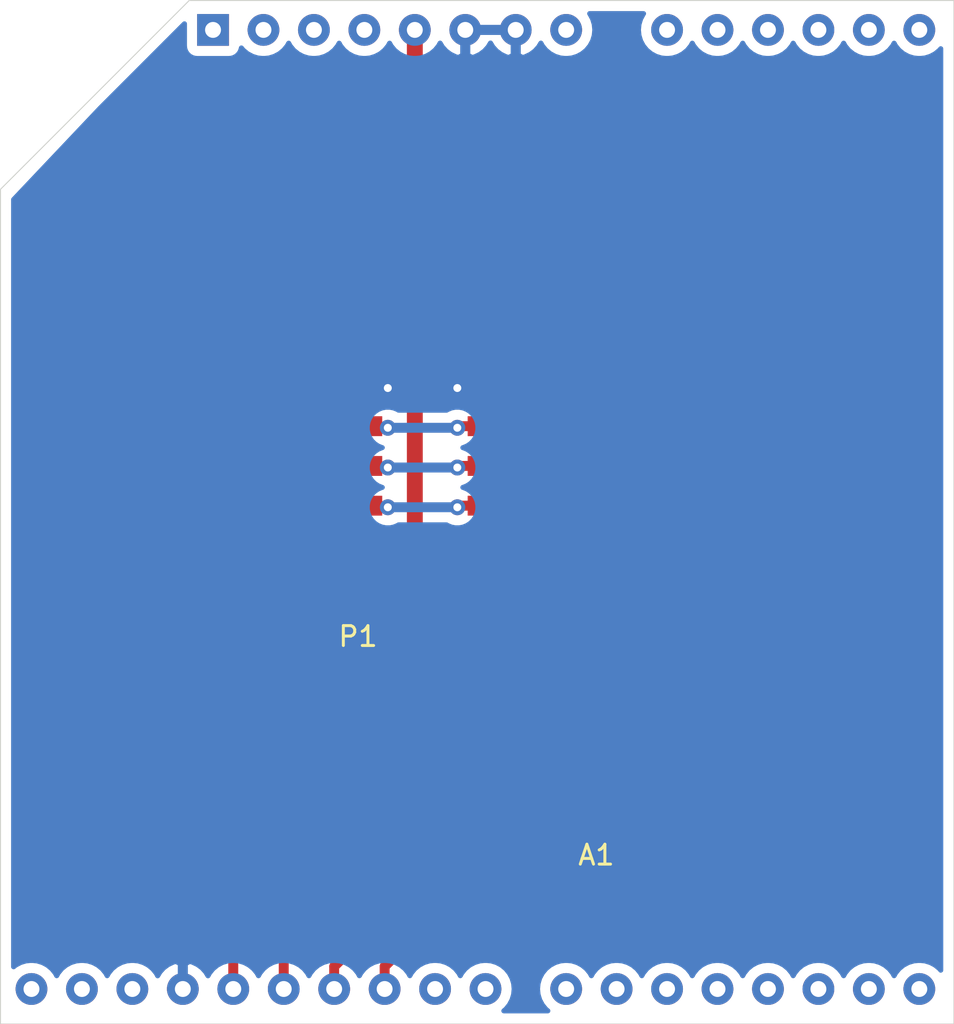
<source format=kicad_pcb>
(kicad_pcb (version 20171130) (host pcbnew "(5.1.2)-2")

  (general
    (thickness 1.6)
    (drawings 5)
    (tracks 51)
    (zones 0)
    (modules 2)
    (nets 31)
  )

  (page A4)
  (layers
    (0 F.Cu signal)
    (31 B.Cu signal)
    (32 B.Adhes user)
    (33 F.Adhes user)
    (34 B.Paste user)
    (35 F.Paste user)
    (36 B.SilkS user)
    (37 F.SilkS user)
    (38 B.Mask user)
    (39 F.Mask user)
    (40 Dwgs.User user)
    (41 Cmts.User user)
    (42 Eco1.User user)
    (43 Eco2.User user)
    (44 Edge.Cuts user)
    (45 Margin user)
    (46 B.CrtYd user)
    (47 F.CrtYd user)
    (48 B.Fab user)
    (49 F.Fab user)
  )

  (setup
    (last_trace_width 0.8)
    (user_trace_width 0.5)
    (user_trace_width 0.8)
    (trace_clearance 0.2)
    (zone_clearance 0.508)
    (zone_45_only no)
    (trace_min 0.2)
    (via_size 0.8)
    (via_drill 0.4)
    (via_min_size 0.4)
    (via_min_drill 0.3)
    (uvia_size 0.3)
    (uvia_drill 0.1)
    (uvias_allowed no)
    (uvia_min_size 0.2)
    (uvia_min_drill 0.1)
    (edge_width 0.05)
    (segment_width 0.2)
    (pcb_text_width 0.3)
    (pcb_text_size 1.5 1.5)
    (mod_edge_width 0.12)
    (mod_text_size 1 1)
    (mod_text_width 0.15)
    (pad_size 1.524 1.524)
    (pad_drill 0.762)
    (pad_to_mask_clearance 0.051)
    (solder_mask_min_width 0.25)
    (aux_axis_origin 0 0)
    (visible_elements FFFFFF7F)
    (pcbplotparams
      (layerselection 0x010fc_ffffffff)
      (usegerberextensions false)
      (usegerberattributes false)
      (usegerberadvancedattributes false)
      (creategerberjobfile false)
      (excludeedgelayer true)
      (linewidth 0.100000)
      (plotframeref false)
      (viasonmask false)
      (mode 1)
      (useauxorigin false)
      (hpglpennumber 1)
      (hpglpenspeed 20)
      (hpglpendiameter 15.000000)
      (psnegative false)
      (psa4output false)
      (plotreference true)
      (plotvalue true)
      (plotinvisibletext false)
      (padsonsilk false)
      (subtractmaskfromsilk false)
      (outputformat 1)
      (mirror false)
      (drillshape 1)
      (scaleselection 1)
      (outputdirectory ""))
  )

  (net 0 "")
  (net 1 "Net-(A1-Pad16)")
  (net 2 "Net-(A1-Pad15)")
  (net 3 "Net-(A1-Pad30)")
  (net 4 "Net-(A1-Pad14)")
  (net 5 /GND)
  (net 6 "Net-(A1-Pad13)")
  (net 7 /SCK)
  (net 8 "Net-(A1-Pad12)")
  (net 9 /MISO)
  (net 10 "Net-(A1-Pad11)")
  (net 11 /MOSI)
  (net 12 "Net-(A1-Pad10)")
  (net 13 /RST)
  (net 14 "Net-(A1-Pad9)")
  (net 15 "Net-(A1-Pad24)")
  (net 16 "Net-(A1-Pad8)")
  (net 17 "Net-(A1-Pad23)")
  (net 18 "Net-(A1-Pad22)")
  (net 19 "Net-(A1-Pad21)")
  (net 20 /Vcc)
  (net 21 "Net-(A1-Pad20)")
  (net 22 "Net-(A1-Pad4)")
  (net 23 "Net-(A1-Pad19)")
  (net 24 "Net-(A1-Pad3)")
  (net 25 "Net-(A1-Pad18)")
  (net 26 "Net-(A1-Pad2)")
  (net 27 "Net-(A1-Pad17)")
  (net 28 "Net-(A1-Pad1)")
  (net 29 "Net-(A1-Pad31)")
  (net 30 "Net-(A1-Pad32)")

  (net_class Default "This is the default net class."
    (clearance 0.2)
    (trace_width 0.25)
    (via_dia 0.8)
    (via_drill 0.4)
    (uvia_dia 0.3)
    (uvia_drill 0.1)
    (add_net /GND)
    (add_net /MISO)
    (add_net /MOSI)
    (add_net /RST)
    (add_net /SCK)
    (add_net /Vcc)
    (add_net "Net-(A1-Pad1)")
    (add_net "Net-(A1-Pad10)")
    (add_net "Net-(A1-Pad11)")
    (add_net "Net-(A1-Pad12)")
    (add_net "Net-(A1-Pad13)")
    (add_net "Net-(A1-Pad14)")
    (add_net "Net-(A1-Pad15)")
    (add_net "Net-(A1-Pad16)")
    (add_net "Net-(A1-Pad17)")
    (add_net "Net-(A1-Pad18)")
    (add_net "Net-(A1-Pad19)")
    (add_net "Net-(A1-Pad2)")
    (add_net "Net-(A1-Pad20)")
    (add_net "Net-(A1-Pad21)")
    (add_net "Net-(A1-Pad22)")
    (add_net "Net-(A1-Pad23)")
    (add_net "Net-(A1-Pad24)")
    (add_net "Net-(A1-Pad3)")
    (add_net "Net-(A1-Pad30)")
    (add_net "Net-(A1-Pad31)")
    (add_net "Net-(A1-Pad32)")
    (add_net "Net-(A1-Pad4)")
    (add_net "Net-(A1-Pad8)")
    (add_net "Net-(A1-Pad9)")
  )

  (module hodgkin:Arduino_UNO_R3 (layer F.Cu) (tedit 5D4F24B2) (tstamp 5D4F8FAB)
    (at 139.7 93.98)
    (descr "Arduino UNO R3, http://www.mouser.com/pdfdocs/Gravitech_Arduino_Nano3_0.pdf")
    (tags "Arduino UNO R3")
    (path /5D505032)
    (fp_text reference A1 (at 19.3 41.52 180) (layer F.SilkS)
      (effects (font (size 1 1) (thickness 0.15)))
    )
    (fp_text value "Hodgkin ICSP" (at 24.3 44.02) (layer F.Fab)
      (effects (font (size 1 1) (thickness 0.15)))
    )
    (pad 16 thru_hole oval (at 33.02 48.26 90) (size 1.6 1.6) (drill 0.8) (layers *.Cu *.Mask)
      (net 1 "Net-(A1-Pad16)"))
    (pad 15 thru_hole oval (at 35.56 48.26 90) (size 1.6 1.6) (drill 0.8) (layers *.Cu *.Mask)
      (net 2 "Net-(A1-Pad15)"))
    (pad 30 thru_hole oval (at -4.06 48.26 90) (size 1.6 1.6) (drill 0.8) (layers *.Cu *.Mask)
      (net 3 "Net-(A1-Pad30)"))
    (pad 14 thru_hole oval (at 35.56 0 90) (size 1.6 1.6) (drill 0.8) (layers *.Cu *.Mask)
      (net 4 "Net-(A1-Pad14)"))
    (pad 29 thru_hole oval (at -1.52 48.26 90) (size 1.6 1.6) (drill 0.8) (layers *.Cu *.Mask)
      (net 5 /GND))
    (pad 13 thru_hole oval (at 33.02 0 90) (size 1.6 1.6) (drill 0.8) (layers *.Cu *.Mask)
      (net 6 "Net-(A1-Pad13)"))
    (pad 28 thru_hole oval (at 1.02 48.26 90) (size 1.6 1.6) (drill 0.8) (layers *.Cu *.Mask)
      (net 7 /SCK))
    (pad 12 thru_hole oval (at 30.48 0 90) (size 1.6 1.6) (drill 0.8) (layers *.Cu *.Mask)
      (net 8 "Net-(A1-Pad12)"))
    (pad 27 thru_hole oval (at 3.56 48.26 90) (size 1.6 1.6) (drill 0.8) (layers *.Cu *.Mask)
      (net 9 /MISO))
    (pad 11 thru_hole oval (at 27.94 0 90) (size 1.6 1.6) (drill 0.8) (layers *.Cu *.Mask)
      (net 10 "Net-(A1-Pad11)"))
    (pad 26 thru_hole oval (at 6.1 48.26 90) (size 1.6 1.6) (drill 0.8) (layers *.Cu *.Mask)
      (net 11 /MOSI))
    (pad 10 thru_hole oval (at 25.4 0 90) (size 1.6 1.6) (drill 0.8) (layers *.Cu *.Mask)
      (net 12 "Net-(A1-Pad10)"))
    (pad 25 thru_hole oval (at 8.64 48.26 90) (size 1.6 1.6) (drill 0.8) (layers *.Cu *.Mask)
      (net 13 /RST))
    (pad 9 thru_hole oval (at 22.86 0 90) (size 1.6 1.6) (drill 0.8) (layers *.Cu *.Mask)
      (net 14 "Net-(A1-Pad9)"))
    (pad 24 thru_hole oval (at 11.18 48.26 90) (size 1.6 1.6) (drill 0.8) (layers *.Cu *.Mask)
      (net 15 "Net-(A1-Pad24)"))
    (pad 8 thru_hole oval (at 17.78 0 90) (size 1.6 1.6) (drill 0.8) (layers *.Cu *.Mask)
      (net 16 "Net-(A1-Pad8)"))
    (pad 23 thru_hole oval (at 13.72 48.26 90) (size 1.6 1.6) (drill 0.8) (layers *.Cu *.Mask)
      (net 17 "Net-(A1-Pad23)"))
    (pad 7 thru_hole oval (at 15.24 0 90) (size 1.6 1.6) (drill 0.8) (layers *.Cu *.Mask)
      (net 5 /GND))
    (pad 22 thru_hole oval (at 17.78 48.26 90) (size 1.6 1.6) (drill 0.8) (layers *.Cu *.Mask)
      (net 18 "Net-(A1-Pad22)"))
    (pad 6 thru_hole oval (at 12.7 0 90) (size 1.6 1.6) (drill 0.8) (layers *.Cu *.Mask)
      (net 5 /GND))
    (pad 21 thru_hole oval (at 20.32 48.26 90) (size 1.6 1.6) (drill 0.8) (layers *.Cu *.Mask)
      (net 19 "Net-(A1-Pad21)"))
    (pad 5 thru_hole oval (at 10.16 0 90) (size 1.6 1.6) (drill 0.8) (layers *.Cu *.Mask)
      (net 20 /Vcc))
    (pad 20 thru_hole oval (at 22.86 48.26 90) (size 1.6 1.6) (drill 0.8) (layers *.Cu *.Mask)
      (net 21 "Net-(A1-Pad20)"))
    (pad 4 thru_hole oval (at 7.62 0 90) (size 1.6 1.6) (drill 0.8) (layers *.Cu *.Mask)
      (net 22 "Net-(A1-Pad4)"))
    (pad 19 thru_hole oval (at 25.4 48.26 90) (size 1.6 1.6) (drill 0.8) (layers *.Cu *.Mask)
      (net 23 "Net-(A1-Pad19)"))
    (pad 3 thru_hole oval (at 5.08 0 90) (size 1.6 1.6) (drill 0.8) (layers *.Cu *.Mask)
      (net 24 "Net-(A1-Pad3)"))
    (pad 18 thru_hole oval (at 27.94 48.26 90) (size 1.6 1.6) (drill 0.8) (layers *.Cu *.Mask)
      (net 25 "Net-(A1-Pad18)"))
    (pad 2 thru_hole oval (at 2.54 0 90) (size 1.6 1.6) (drill 0.8) (layers *.Cu *.Mask)
      (net 26 "Net-(A1-Pad2)"))
    (pad 17 thru_hole oval (at 30.48 48.26 90) (size 1.6 1.6) (drill 0.8) (layers *.Cu *.Mask)
      (net 27 "Net-(A1-Pad17)"))
    (pad 1 thru_hole rect (at 0 0 90) (size 1.6 1.6) (drill 0.8) (layers *.Cu *.Mask)
      (net 28 "Net-(A1-Pad1)"))
    (pad 31 thru_hole oval (at -6.6 48.26 90) (size 1.6 1.6) (drill 0.8) (layers *.Cu *.Mask)
      (net 29 "Net-(A1-Pad31)"))
    (pad 32 thru_hole oval (at -9.14 48.26 90) (size 1.6 1.6) (drill 0.8) (layers *.Cu *.Mask)
      (net 30 "Net-(A1-Pad32)"))
    (model ${KISYS3DMOD}/Module.3dshapes/Arduino_UNO_R3.wrl
      (at (xyz 0 0 0))
      (scale (xyz 1 1 1))
      (rotate (xyz 0 0 0))
    )
  )

  (module hodgkin:card_edge_6p (layer F.Cu) (tedit 5D4F2168) (tstamp 5D4F8FBB)
    (at 147.32 121.92 90)
    (path /5D5032FE)
    (fp_text reference P1 (at -2.58 -0.32 180) (layer F.SilkS)
      (effects (font (size 1 1) (thickness 0.15)))
    )
    (fp_text value "Card Edge" (at 14.42 2.68 180) (layer F.Fab)
      (effects (font (size 1 1) (thickness 0.15)))
    )
    (pad 6 smd rect (at 10 6.1 90) (size 1 1.8) (layers F.Cu F.Paste F.Mask)
      (net 5 /GND))
    (pad 5 smd rect (at 8 6.1 90) (size 1 1.8) (layers F.Cu F.Paste F.Mask)
      (net 13 /RST))
    (pad 4 smd rect (at 6 6.1 90) (size 1 1.8) (layers F.Cu F.Paste F.Mask)
      (net 11 /MOSI))
    (pad 3 smd rect (at 4 6.1 90) (size 1 1.8) (layers F.Cu F.Paste F.Mask)
      (net 7 /SCK))
    (pad 2 smd rect (at 2 6.1 90) (size 1 1.8) (layers F.Cu F.Paste F.Mask)
      (net 20 /Vcc))
    (pad 1 smd rect (at 0 6.1 90) (size 1 1.8) (layers F.Cu F.Paste F.Mask)
      (net 9 /MISO))
    (pad 6 smd rect (at 10 0 90) (size 1 1.8) (layers F.Cu F.Paste F.Mask)
      (net 5 /GND))
    (pad 5 smd rect (at 8 0 90) (size 1 1.8) (layers F.Cu F.Paste F.Mask)
      (net 13 /RST))
    (pad 4 smd rect (at 6 0 90) (size 1 1.8) (layers F.Cu F.Paste F.Mask)
      (net 11 /MOSI))
    (pad 3 smd rect (at 4 0 90) (size 1 1.8) (layers F.Cu F.Paste F.Mask)
      (net 7 /SCK))
    (pad 2 smd rect (at 2 0 90) (size 1 1.8) (layers F.Cu F.Paste F.Mask)
      (net 20 /Vcc))
    (pad 1 smd rect (at 0 0 90) (size 1 1.8) (layers F.Cu F.Paste F.Mask)
      (net 9 /MISO))
  )

  (gr_line (start 129 102) (end 129 144) (layer Edge.Cuts) (width 0.05) (tstamp 5D4F97EC))
  (gr_line (start 138.5 92.5) (end 129 102) (layer Edge.Cuts) (width 0.05))
  (gr_line (start 177 92.5) (end 138.5 92.5) (layer Edge.Cuts) (width 0.05))
  (gr_line (start 177 144) (end 177 92.5) (layer Edge.Cuts) (width 0.05))
  (gr_line (start 129 144) (end 177 144) (layer Edge.Cuts) (width 0.05))

  (segment (start 146.92 111.92) (end 147.32 111.92) (width 0.5) (layer F.Cu) (net 5))
  (via (at 152 112) (size 0.8) (drill 0.4) (layers F.Cu B.Cu) (net 5))
  (segment (start 153.42 111.92) (end 152.08 111.92) (width 0.5) (layer F.Cu) (net 5))
  (segment (start 152.08 111.92) (end 152 112) (width 0.5) (layer F.Cu) (net 5))
  (via (at 148.5 112) (size 0.8) (drill 0.4) (layers F.Cu B.Cu) (net 5))
  (segment (start 152 112) (end 148.5 112) (width 0.5) (layer B.Cu) (net 5))
  (segment (start 147.4 112) (end 147.32 111.92) (width 0.5) (layer F.Cu) (net 5))
  (segment (start 148.5 112) (end 147.4 112) (width 0.5) (layer F.Cu) (net 5))
  (segment (start 140.72 142.24) (end 140.72 120.9) (width 0.5) (layer F.Cu) (net 7))
  (segment (start 143.7 117.92) (end 147.32 117.92) (width 0.5) (layer F.Cu) (net 7))
  (segment (start 140.72 120.9) (end 143.7 117.92) (width 0.5) (layer F.Cu) (net 7))
  (via (at 152 118) (size 0.8) (drill 0.4) (layers F.Cu B.Cu) (net 7))
  (segment (start 153.42 117.92) (end 152.08 117.92) (width 0.5) (layer F.Cu) (net 7))
  (segment (start 152.08 117.92) (end 152 118) (width 0.5) (layer F.Cu) (net 7))
  (segment (start 152 118) (end 148.5 118) (width 0.5) (layer B.Cu) (net 7))
  (via (at 148.5 118) (size 0.8) (drill 0.4) (layers F.Cu B.Cu) (net 7))
  (segment (start 147.4 118) (end 147.32 117.92) (width 0.5) (layer F.Cu) (net 7))
  (segment (start 148.5 118) (end 147.4 118) (width 0.5) (layer F.Cu) (net 7))
  (segment (start 143.26 142.24) (end 143.26 139.95) (width 0.5) (layer F.Cu) (net 9))
  (segment (start 153.42 129.79) (end 153.42 121.92) (width 0.5) (layer F.Cu) (net 9))
  (segment (start 143.26 139.95) (end 153.42 129.79) (width 0.5) (layer F.Cu) (net 9))
  (segment (start 153.42 121.92) (end 147.32 121.92) (width 0.5) (layer F.Cu) (net 9))
  (segment (start 155.29 115.92) (end 153.42 115.92) (width 0.5) (layer F.Cu) (net 11))
  (segment (start 157.48 118.11) (end 155.29 115.92) (width 0.5) (layer F.Cu) (net 11))
  (segment (start 157.48 129.42863) (end 157.48 118.11) (width 0.5) (layer F.Cu) (net 11))
  (segment (start 145.8 142.24) (end 145.8 141.10863) (width 0.5) (layer F.Cu) (net 11))
  (segment (start 145.8 141.10863) (end 157.48 129.42863) (width 0.5) (layer F.Cu) (net 11))
  (via (at 152 116) (size 0.8) (drill 0.4) (layers F.Cu B.Cu) (net 11))
  (segment (start 153.42 115.92) (end 152.08 115.92) (width 0.5) (layer F.Cu) (net 11))
  (segment (start 152.08 115.92) (end 152 116) (width 0.5) (layer F.Cu) (net 11))
  (via (at 148.5 116) (size 0.8) (drill 0.4) (layers F.Cu B.Cu) (net 11))
  (segment (start 152 116) (end 148.5 116) (width 0.5) (layer B.Cu) (net 11))
  (segment (start 147.4 116) (end 147.32 115.92) (width 0.5) (layer F.Cu) (net 11))
  (segment (start 148.5 116) (end 147.4 116) (width 0.5) (layer F.Cu) (net 11))
  (segment (start 148.34 141.10863) (end 160.02 129.42863) (width 0.5) (layer F.Cu) (net 13))
  (segment (start 148.34 142.24) (end 148.34 141.10863) (width 0.5) (layer F.Cu) (net 13))
  (segment (start 160.02 129.42863) (end 160.02 118.11) (width 0.5) (layer F.Cu) (net 13))
  (segment (start 155.83 113.92) (end 153.42 113.92) (width 0.5) (layer F.Cu) (net 13))
  (segment (start 160.02 118.11) (end 155.83 113.92) (width 0.5) (layer F.Cu) (net 13))
  (via (at 152 114) (size 0.8) (drill 0.4) (layers F.Cu B.Cu) (net 13))
  (segment (start 153.42 113.92) (end 152.08 113.92) (width 0.5) (layer F.Cu) (net 13))
  (segment (start 152.08 113.92) (end 152 114) (width 0.5) (layer F.Cu) (net 13))
  (via (at 148.5 114) (size 0.8) (drill 0.4) (layers F.Cu B.Cu) (net 13))
  (segment (start 152 114) (end 148.5 114) (width 0.5) (layer B.Cu) (net 13))
  (segment (start 147.4 114) (end 147.32 113.92) (width 0.5) (layer F.Cu) (net 13))
  (segment (start 148.5 114) (end 147.4 114) (width 0.5) (layer F.Cu) (net 13))
  (segment (start 149.86 119.86) (end 149.92 119.92) (width 0.8) (layer F.Cu) (net 20))
  (segment (start 149.92 119.92) (end 147.32 119.92) (width 0.8) (layer F.Cu) (net 20))
  (segment (start 149.32 119.92) (end 147.32 119.92) (width 0.8) (layer F.Cu) (net 20))
  (segment (start 153.42 119.92) (end 149.92 119.92) (width 0.8) (layer F.Cu) (net 20))
  (segment (start 149.86 93.98) (end 149.86 119.86) (width 0.8) (layer F.Cu) (net 20))

  (zone (net 5) (net_name /GND) (layer B.Cu) (tstamp 0) (hatch edge 0.508)
    (connect_pads (clearance 0.508))
    (min_thickness 0.254)
    (fill yes (arc_segments 32) (thermal_gap 0.508) (thermal_bridge_width 0.508))
    (polygon
      (pts
        (xy 129.5 143.5) (xy 176.5 143.5) (xy 176.5 93) (xy 138.5 93) (xy 129.5 102.5)
      )
    )
    (filled_polygon
      (pts
        (xy 161.361068 93.178899) (xy 161.227818 93.428192) (xy 161.145764 93.698691) (xy 161.118057 93.98) (xy 161.145764 94.261309)
        (xy 161.227818 94.531808) (xy 161.361068 94.781101) (xy 161.540392 94.999608) (xy 161.758899 95.178932) (xy 162.008192 95.312182)
        (xy 162.278691 95.394236) (xy 162.489508 95.415) (xy 162.630492 95.415) (xy 162.841309 95.394236) (xy 163.111808 95.312182)
        (xy 163.361101 95.178932) (xy 163.579608 94.999608) (xy 163.758932 94.781101) (xy 163.83 94.648142) (xy 163.901068 94.781101)
        (xy 164.080392 94.999608) (xy 164.298899 95.178932) (xy 164.548192 95.312182) (xy 164.818691 95.394236) (xy 165.029508 95.415)
        (xy 165.170492 95.415) (xy 165.381309 95.394236) (xy 165.651808 95.312182) (xy 165.901101 95.178932) (xy 166.119608 94.999608)
        (xy 166.298932 94.781101) (xy 166.37 94.648142) (xy 166.441068 94.781101) (xy 166.620392 94.999608) (xy 166.838899 95.178932)
        (xy 167.088192 95.312182) (xy 167.358691 95.394236) (xy 167.569508 95.415) (xy 167.710492 95.415) (xy 167.921309 95.394236)
        (xy 168.191808 95.312182) (xy 168.441101 95.178932) (xy 168.659608 94.999608) (xy 168.838932 94.781101) (xy 168.91 94.648142)
        (xy 168.981068 94.781101) (xy 169.160392 94.999608) (xy 169.378899 95.178932) (xy 169.628192 95.312182) (xy 169.898691 95.394236)
        (xy 170.109508 95.415) (xy 170.250492 95.415) (xy 170.461309 95.394236) (xy 170.731808 95.312182) (xy 170.981101 95.178932)
        (xy 171.199608 94.999608) (xy 171.378932 94.781101) (xy 171.45 94.648142) (xy 171.521068 94.781101) (xy 171.700392 94.999608)
        (xy 171.918899 95.178932) (xy 172.168192 95.312182) (xy 172.438691 95.394236) (xy 172.649508 95.415) (xy 172.790492 95.415)
        (xy 173.001309 95.394236) (xy 173.271808 95.312182) (xy 173.521101 95.178932) (xy 173.739608 94.999608) (xy 173.918932 94.781101)
        (xy 173.99 94.648142) (xy 174.061068 94.781101) (xy 174.240392 94.999608) (xy 174.458899 95.178932) (xy 174.708192 95.312182)
        (xy 174.978691 95.394236) (xy 175.189508 95.415) (xy 175.330492 95.415) (xy 175.541309 95.394236) (xy 175.811808 95.312182)
        (xy 176.061101 95.178932) (xy 176.279608 94.999608) (xy 176.340001 94.926019) (xy 176.34 141.29398) (xy 176.279608 141.220392)
        (xy 176.061101 141.041068) (xy 175.811808 140.907818) (xy 175.541309 140.825764) (xy 175.330492 140.805) (xy 175.189508 140.805)
        (xy 174.978691 140.825764) (xy 174.708192 140.907818) (xy 174.458899 141.041068) (xy 174.240392 141.220392) (xy 174.061068 141.438899)
        (xy 173.99 141.571858) (xy 173.918932 141.438899) (xy 173.739608 141.220392) (xy 173.521101 141.041068) (xy 173.271808 140.907818)
        (xy 173.001309 140.825764) (xy 172.790492 140.805) (xy 172.649508 140.805) (xy 172.438691 140.825764) (xy 172.168192 140.907818)
        (xy 171.918899 141.041068) (xy 171.700392 141.220392) (xy 171.521068 141.438899) (xy 171.45 141.571858) (xy 171.378932 141.438899)
        (xy 171.199608 141.220392) (xy 170.981101 141.041068) (xy 170.731808 140.907818) (xy 170.461309 140.825764) (xy 170.250492 140.805)
        (xy 170.109508 140.805) (xy 169.898691 140.825764) (xy 169.628192 140.907818) (xy 169.378899 141.041068) (xy 169.160392 141.220392)
        (xy 168.981068 141.438899) (xy 168.91 141.571858) (xy 168.838932 141.438899) (xy 168.659608 141.220392) (xy 168.441101 141.041068)
        (xy 168.191808 140.907818) (xy 167.921309 140.825764) (xy 167.710492 140.805) (xy 167.569508 140.805) (xy 167.358691 140.825764)
        (xy 167.088192 140.907818) (xy 166.838899 141.041068) (xy 166.620392 141.220392) (xy 166.441068 141.438899) (xy 166.37 141.571858)
        (xy 166.298932 141.438899) (xy 166.119608 141.220392) (xy 165.901101 141.041068) (xy 165.651808 140.907818) (xy 165.381309 140.825764)
        (xy 165.170492 140.805) (xy 165.029508 140.805) (xy 164.818691 140.825764) (xy 164.548192 140.907818) (xy 164.298899 141.041068)
        (xy 164.080392 141.220392) (xy 163.901068 141.438899) (xy 163.83 141.571858) (xy 163.758932 141.438899) (xy 163.579608 141.220392)
        (xy 163.361101 141.041068) (xy 163.111808 140.907818) (xy 162.841309 140.825764) (xy 162.630492 140.805) (xy 162.489508 140.805)
        (xy 162.278691 140.825764) (xy 162.008192 140.907818) (xy 161.758899 141.041068) (xy 161.540392 141.220392) (xy 161.361068 141.438899)
        (xy 161.29 141.571858) (xy 161.218932 141.438899) (xy 161.039608 141.220392) (xy 160.821101 141.041068) (xy 160.571808 140.907818)
        (xy 160.301309 140.825764) (xy 160.090492 140.805) (xy 159.949508 140.805) (xy 159.738691 140.825764) (xy 159.468192 140.907818)
        (xy 159.218899 141.041068) (xy 159.000392 141.220392) (xy 158.821068 141.438899) (xy 158.75 141.571858) (xy 158.678932 141.438899)
        (xy 158.499608 141.220392) (xy 158.281101 141.041068) (xy 158.031808 140.907818) (xy 157.761309 140.825764) (xy 157.550492 140.805)
        (xy 157.409508 140.805) (xy 157.198691 140.825764) (xy 156.928192 140.907818) (xy 156.678899 141.041068) (xy 156.460392 141.220392)
        (xy 156.281068 141.438899) (xy 156.147818 141.688192) (xy 156.065764 141.958691) (xy 156.038057 142.24) (xy 156.065764 142.521309)
        (xy 156.147818 142.791808) (xy 156.281068 143.041101) (xy 156.460392 143.259608) (xy 156.55835 143.34) (xy 154.34165 143.34)
        (xy 154.439608 143.259608) (xy 154.618932 143.041101) (xy 154.752182 142.791808) (xy 154.834236 142.521309) (xy 154.861943 142.24)
        (xy 154.834236 141.958691) (xy 154.752182 141.688192) (xy 154.618932 141.438899) (xy 154.439608 141.220392) (xy 154.221101 141.041068)
        (xy 153.971808 140.907818) (xy 153.701309 140.825764) (xy 153.490492 140.805) (xy 153.349508 140.805) (xy 153.138691 140.825764)
        (xy 152.868192 140.907818) (xy 152.618899 141.041068) (xy 152.400392 141.220392) (xy 152.221068 141.438899) (xy 152.15 141.571858)
        (xy 152.078932 141.438899) (xy 151.899608 141.220392) (xy 151.681101 141.041068) (xy 151.431808 140.907818) (xy 151.161309 140.825764)
        (xy 150.950492 140.805) (xy 150.809508 140.805) (xy 150.598691 140.825764) (xy 150.328192 140.907818) (xy 150.078899 141.041068)
        (xy 149.860392 141.220392) (xy 149.681068 141.438899) (xy 149.61 141.571858) (xy 149.538932 141.438899) (xy 149.359608 141.220392)
        (xy 149.141101 141.041068) (xy 148.891808 140.907818) (xy 148.621309 140.825764) (xy 148.410492 140.805) (xy 148.269508 140.805)
        (xy 148.058691 140.825764) (xy 147.788192 140.907818) (xy 147.538899 141.041068) (xy 147.320392 141.220392) (xy 147.141068 141.438899)
        (xy 147.07 141.571858) (xy 146.998932 141.438899) (xy 146.819608 141.220392) (xy 146.601101 141.041068) (xy 146.351808 140.907818)
        (xy 146.081309 140.825764) (xy 145.870492 140.805) (xy 145.729508 140.805) (xy 145.518691 140.825764) (xy 145.248192 140.907818)
        (xy 144.998899 141.041068) (xy 144.780392 141.220392) (xy 144.601068 141.438899) (xy 144.53 141.571858) (xy 144.458932 141.438899)
        (xy 144.279608 141.220392) (xy 144.061101 141.041068) (xy 143.811808 140.907818) (xy 143.541309 140.825764) (xy 143.330492 140.805)
        (xy 143.189508 140.805) (xy 142.978691 140.825764) (xy 142.708192 140.907818) (xy 142.458899 141.041068) (xy 142.240392 141.220392)
        (xy 142.061068 141.438899) (xy 141.99 141.571858) (xy 141.918932 141.438899) (xy 141.739608 141.220392) (xy 141.521101 141.041068)
        (xy 141.271808 140.907818) (xy 141.001309 140.825764) (xy 140.790492 140.805) (xy 140.649508 140.805) (xy 140.438691 140.825764)
        (xy 140.168192 140.907818) (xy 139.918899 141.041068) (xy 139.700392 141.220392) (xy 139.521068 141.438899) (xy 139.447421 141.576682)
        (xy 139.332385 141.384869) (xy 139.143414 141.176481) (xy 138.91742 141.008963) (xy 138.663087 140.888754) (xy 138.529039 140.848096)
        (xy 138.307 140.970085) (xy 138.307 142.113) (xy 138.327 142.113) (xy 138.327 142.367) (xy 138.307 142.367)
        (xy 138.307 142.387) (xy 138.053 142.387) (xy 138.053 142.367) (xy 138.033 142.367) (xy 138.033 142.113)
        (xy 138.053 142.113) (xy 138.053 140.970085) (xy 137.830961 140.848096) (xy 137.696913 140.888754) (xy 137.44258 141.008963)
        (xy 137.216586 141.176481) (xy 137.027615 141.384869) (xy 136.912579 141.576682) (xy 136.838932 141.438899) (xy 136.659608 141.220392)
        (xy 136.441101 141.041068) (xy 136.191808 140.907818) (xy 135.921309 140.825764) (xy 135.710492 140.805) (xy 135.569508 140.805)
        (xy 135.358691 140.825764) (xy 135.088192 140.907818) (xy 134.838899 141.041068) (xy 134.620392 141.220392) (xy 134.441068 141.438899)
        (xy 134.37 141.571858) (xy 134.298932 141.438899) (xy 134.119608 141.220392) (xy 133.901101 141.041068) (xy 133.651808 140.907818)
        (xy 133.381309 140.825764) (xy 133.170492 140.805) (xy 133.029508 140.805) (xy 132.818691 140.825764) (xy 132.548192 140.907818)
        (xy 132.298899 141.041068) (xy 132.080392 141.220392) (xy 131.901068 141.438899) (xy 131.83 141.571858) (xy 131.758932 141.438899)
        (xy 131.579608 141.220392) (xy 131.361101 141.041068) (xy 131.111808 140.907818) (xy 130.841309 140.825764) (xy 130.630492 140.805)
        (xy 130.489508 140.805) (xy 130.278691 140.825764) (xy 130.008192 140.907818) (xy 129.758899 141.041068) (xy 129.66 141.122232)
        (xy 129.66 113.898061) (xy 147.465 113.898061) (xy 147.465 114.101939) (xy 147.504774 114.301898) (xy 147.582795 114.490256)
        (xy 147.696063 114.659774) (xy 147.840226 114.803937) (xy 148.009744 114.917205) (xy 148.198102 114.995226) (xy 148.222103 115)
        (xy 148.198102 115.004774) (xy 148.009744 115.082795) (xy 147.840226 115.196063) (xy 147.696063 115.340226) (xy 147.582795 115.509744)
        (xy 147.504774 115.698102) (xy 147.465 115.898061) (xy 147.465 116.101939) (xy 147.504774 116.301898) (xy 147.582795 116.490256)
        (xy 147.696063 116.659774) (xy 147.840226 116.803937) (xy 148.009744 116.917205) (xy 148.198102 116.995226) (xy 148.222103 117)
        (xy 148.198102 117.004774) (xy 148.009744 117.082795) (xy 147.840226 117.196063) (xy 147.696063 117.340226) (xy 147.582795 117.509744)
        (xy 147.504774 117.698102) (xy 147.465 117.898061) (xy 147.465 118.101939) (xy 147.504774 118.301898) (xy 147.582795 118.490256)
        (xy 147.696063 118.659774) (xy 147.840226 118.803937) (xy 148.009744 118.917205) (xy 148.198102 118.995226) (xy 148.398061 119.035)
        (xy 148.601939 119.035) (xy 148.801898 118.995226) (xy 148.990256 118.917205) (xy 149.038454 118.885) (xy 151.461546 118.885)
        (xy 151.509744 118.917205) (xy 151.698102 118.995226) (xy 151.898061 119.035) (xy 152.101939 119.035) (xy 152.301898 118.995226)
        (xy 152.490256 118.917205) (xy 152.659774 118.803937) (xy 152.803937 118.659774) (xy 152.917205 118.490256) (xy 152.995226 118.301898)
        (xy 153.035 118.101939) (xy 153.035 117.898061) (xy 152.995226 117.698102) (xy 152.917205 117.509744) (xy 152.803937 117.340226)
        (xy 152.659774 117.196063) (xy 152.490256 117.082795) (xy 152.301898 117.004774) (xy 152.277897 117) (xy 152.301898 116.995226)
        (xy 152.490256 116.917205) (xy 152.659774 116.803937) (xy 152.803937 116.659774) (xy 152.917205 116.490256) (xy 152.995226 116.301898)
        (xy 153.035 116.101939) (xy 153.035 115.898061) (xy 152.995226 115.698102) (xy 152.917205 115.509744) (xy 152.803937 115.340226)
        (xy 152.659774 115.196063) (xy 152.490256 115.082795) (xy 152.301898 115.004774) (xy 152.277897 115) (xy 152.301898 114.995226)
        (xy 152.490256 114.917205) (xy 152.659774 114.803937) (xy 152.803937 114.659774) (xy 152.917205 114.490256) (xy 152.995226 114.301898)
        (xy 153.035 114.101939) (xy 153.035 113.898061) (xy 152.995226 113.698102) (xy 152.917205 113.509744) (xy 152.803937 113.340226)
        (xy 152.659774 113.196063) (xy 152.490256 113.082795) (xy 152.301898 113.004774) (xy 152.101939 112.965) (xy 151.898061 112.965)
        (xy 151.698102 113.004774) (xy 151.509744 113.082795) (xy 151.461546 113.115) (xy 149.038454 113.115) (xy 148.990256 113.082795)
        (xy 148.801898 113.004774) (xy 148.601939 112.965) (xy 148.398061 112.965) (xy 148.198102 113.004774) (xy 148.009744 113.082795)
        (xy 147.840226 113.196063) (xy 147.696063 113.340226) (xy 147.582795 113.509744) (xy 147.504774 113.698102) (xy 147.465 113.898061)
        (xy 129.66 113.898061) (xy 129.66 102.515773) (xy 134.023061 97.910319) (xy 138.261928 93.671453) (xy 138.261928 94.78)
        (xy 138.274188 94.904482) (xy 138.310498 95.02418) (xy 138.369463 95.134494) (xy 138.448815 95.231185) (xy 138.545506 95.310537)
        (xy 138.65582 95.369502) (xy 138.775518 95.405812) (xy 138.9 95.418072) (xy 140.5 95.418072) (xy 140.624482 95.405812)
        (xy 140.74418 95.369502) (xy 140.854494 95.310537) (xy 140.951185 95.231185) (xy 141.030537 95.134494) (xy 141.089502 95.02418)
        (xy 141.125812 94.904482) (xy 141.127581 94.886518) (xy 141.220392 94.999608) (xy 141.438899 95.178932) (xy 141.688192 95.312182)
        (xy 141.958691 95.394236) (xy 142.169508 95.415) (xy 142.310492 95.415) (xy 142.521309 95.394236) (xy 142.791808 95.312182)
        (xy 143.041101 95.178932) (xy 143.259608 94.999608) (xy 143.438932 94.781101) (xy 143.51 94.648142) (xy 143.581068 94.781101)
        (xy 143.760392 94.999608) (xy 143.978899 95.178932) (xy 144.228192 95.312182) (xy 144.498691 95.394236) (xy 144.709508 95.415)
        (xy 144.850492 95.415) (xy 145.061309 95.394236) (xy 145.331808 95.312182) (xy 145.581101 95.178932) (xy 145.799608 94.999608)
        (xy 145.978932 94.781101) (xy 146.05 94.648142) (xy 146.121068 94.781101) (xy 146.300392 94.999608) (xy 146.518899 95.178932)
        (xy 146.768192 95.312182) (xy 147.038691 95.394236) (xy 147.249508 95.415) (xy 147.390492 95.415) (xy 147.601309 95.394236)
        (xy 147.871808 95.312182) (xy 148.121101 95.178932) (xy 148.339608 94.999608) (xy 148.518932 94.781101) (xy 148.59 94.648142)
        (xy 148.661068 94.781101) (xy 148.840392 94.999608) (xy 149.058899 95.178932) (xy 149.308192 95.312182) (xy 149.578691 95.394236)
        (xy 149.789508 95.415) (xy 149.930492 95.415) (xy 150.141309 95.394236) (xy 150.411808 95.312182) (xy 150.661101 95.178932)
        (xy 150.879608 94.999608) (xy 151.058932 94.781101) (xy 151.132579 94.643318) (xy 151.247615 94.835131) (xy 151.436586 95.043519)
        (xy 151.66258 95.211037) (xy 151.916913 95.331246) (xy 152.050961 95.371904) (xy 152.273 95.249915) (xy 152.273 94.107)
        (xy 152.527 94.107) (xy 152.527 95.249915) (xy 152.749039 95.371904) (xy 152.883087 95.331246) (xy 153.13742 95.211037)
        (xy 153.363414 95.043519) (xy 153.552385 94.835131) (xy 153.67 94.639018) (xy 153.787615 94.835131) (xy 153.976586 95.043519)
        (xy 154.20258 95.211037) (xy 154.456913 95.331246) (xy 154.590961 95.371904) (xy 154.813 95.249915) (xy 154.813 94.107)
        (xy 152.527 94.107) (xy 152.273 94.107) (xy 152.253 94.107) (xy 152.253 93.853) (xy 152.273 93.853)
        (xy 152.273 93.833) (xy 152.527 93.833) (xy 152.527 93.853) (xy 154.813 93.853) (xy 154.813 93.833)
        (xy 155.067 93.833) (xy 155.067 93.853) (xy 155.087 93.853) (xy 155.087 94.107) (xy 155.067 94.107)
        (xy 155.067 95.249915) (xy 155.289039 95.371904) (xy 155.423087 95.331246) (xy 155.67742 95.211037) (xy 155.903414 95.043519)
        (xy 156.092385 94.835131) (xy 156.207421 94.643318) (xy 156.281068 94.781101) (xy 156.460392 94.999608) (xy 156.678899 95.178932)
        (xy 156.928192 95.312182) (xy 157.198691 95.394236) (xy 157.409508 95.415) (xy 157.550492 95.415) (xy 157.761309 95.394236)
        (xy 158.031808 95.312182) (xy 158.281101 95.178932) (xy 158.499608 94.999608) (xy 158.678932 94.781101) (xy 158.812182 94.531808)
        (xy 158.894236 94.261309) (xy 158.921943 93.98) (xy 158.894236 93.698691) (xy 158.812182 93.428192) (xy 158.678932 93.178899)
        (xy 158.663422 93.16) (xy 161.376578 93.16)
      )
    )
  )
)

</source>
